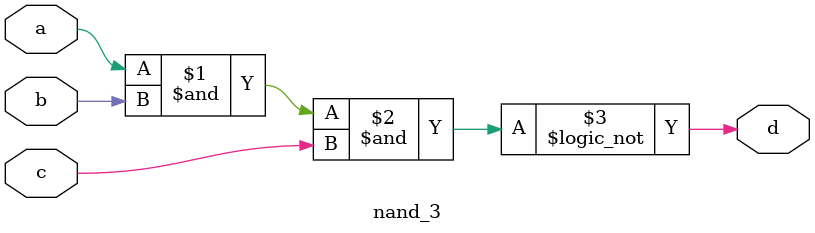
<source format=v>

module nand_3 (
	input a,
	input b,
	input c,
	output d
);

// d = !(a.b.c)

assign d = !(a & b & c);

endmodule  

</source>
